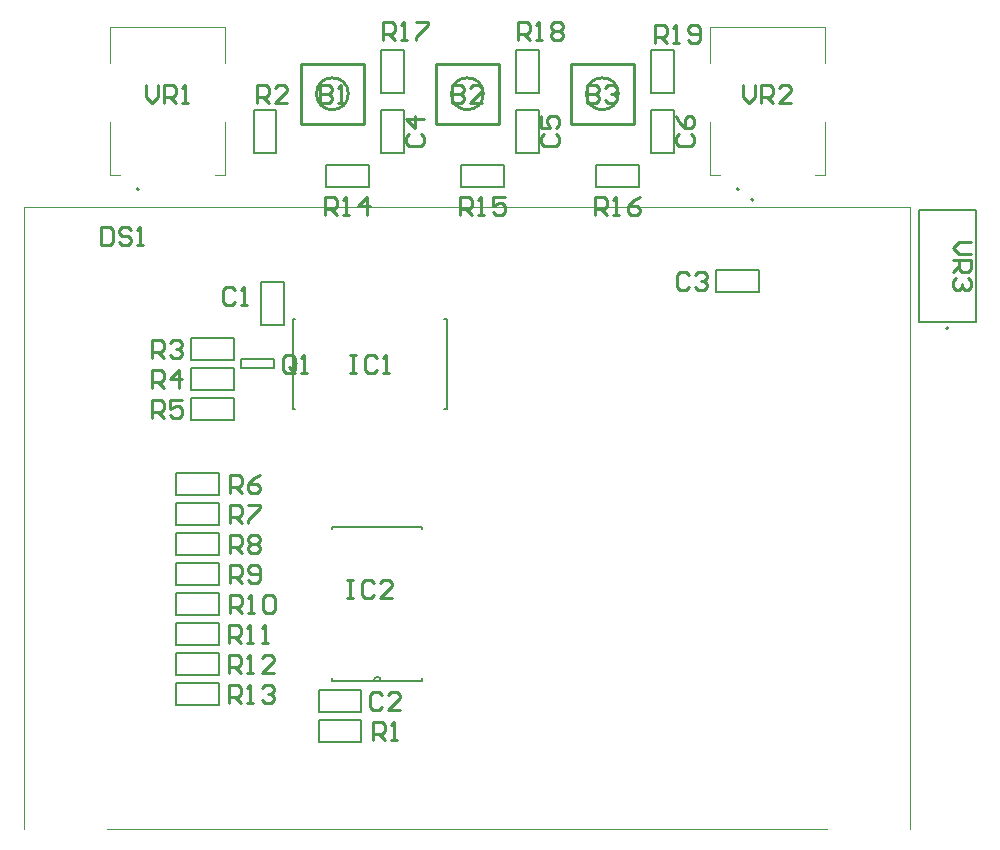
<source format=gto>
G04*
G04 #@! TF.GenerationSoftware,Altium Limited,Altium Designer,23.3.1 (30)*
G04*
G04 Layer_Color=65535*
%FSLAX25Y25*%
%MOIN*%
G70*
G04*
G04 #@! TF.SameCoordinates,9A21843B-87D8-4875-86EA-9B3002E87254*
G04*
G04*
G04 #@! TF.FilePolarity,Positive*
G04*
G01*
G75*
%ADD10C,0.00600*%
%ADD11C,0.00787*%
%ADD12C,0.01000*%
%ADD13C,0.00394*%
D10*
X119400Y178800D02*
G03*
X119400Y181200I0J1200D01*
G01*
X148700Y74400D02*
G03*
X146300Y74400I-1200J0D01*
G01*
X169800Y165000D02*
X170600D01*
X119400D02*
X120200D01*
X119400D02*
Y178800D01*
Y181200D01*
Y195000D01*
X169800D02*
X170600D01*
Y165000D02*
Y195000D01*
X119400D02*
X120200D01*
X162500Y124800D02*
Y125600D01*
Y74400D02*
Y75200D01*
X148700Y74400D02*
X162500D01*
X146300D02*
X148700D01*
X132500D02*
X146300D01*
X132500Y124800D02*
Y125600D01*
X162500D01*
X132500Y74400D02*
Y75200D01*
D11*
X337894Y191791D02*
G03*
X337106Y191791I-394J0D01*
G01*
D02*
G03*
X337894Y191791I394J0D01*
G01*
X272894Y234705D02*
G03*
X272106Y234705I-394J0D01*
G01*
D02*
G03*
X272894Y234705I394J0D01*
G01*
X267264Y238228D02*
G03*
X268051Y238228I394J0D01*
G01*
D02*
G03*
X267264Y238228I-394J0D01*
G01*
X67264D02*
G03*
X68051Y238228I394J0D01*
G01*
D02*
G03*
X67264Y238228I-394J0D01*
G01*
X328051Y193957D02*
X346949D01*
Y231358D01*
X328051D02*
X346949D01*
X328051Y193957D02*
Y231358D01*
X260413Y211240D02*
X274587D01*
Y203760D02*
Y211240D01*
X260413Y203760D02*
Y211240D01*
Y203760D02*
X274587D01*
X106260Y250413D02*
X113740D01*
Y264587D01*
X106260Y250413D02*
Y264587D01*
X113740D01*
X156240Y250413D02*
Y264587D01*
X148760Y250413D02*
X156240D01*
X148760Y264587D02*
X156240D01*
X148760Y250413D02*
Y264587D01*
X201240Y250413D02*
Y264587D01*
X193760Y250413D02*
X201240D01*
X193760Y264587D02*
X201240D01*
X193760Y250413D02*
Y264587D01*
X238760Y270413D02*
X246240D01*
Y284587D01*
X238760Y270413D02*
Y284587D01*
X246240D01*
Y250413D02*
Y264587D01*
X238760Y250413D02*
X246240D01*
X238760Y264587D02*
X246240D01*
X238760Y250413D02*
Y264587D01*
X220413Y238760D02*
Y246240D01*
Y238760D02*
X234587D01*
X220413Y246240D02*
X234587D01*
Y238760D02*
Y246240D01*
X175413Y238760D02*
Y246240D01*
Y238760D02*
X189587D01*
X175413Y246240D02*
X189587D01*
Y238760D02*
Y246240D01*
X130413Y238760D02*
Y246240D01*
Y238760D02*
X144587D01*
X130413Y246240D02*
X144587D01*
Y238760D02*
Y246240D01*
X116240Y192913D02*
Y207087D01*
X108760Y192913D02*
X116240D01*
X108760Y207087D02*
X116240D01*
X108760Y192913D02*
Y207087D01*
X127913Y71240D02*
X142087D01*
Y63760D02*
Y71240D01*
X127913Y63760D02*
Y71240D01*
Y63760D02*
X142087D01*
Y53760D02*
Y61240D01*
X127913D02*
X142087D01*
X127913Y53760D02*
X142087D01*
X127913D02*
Y61240D01*
X80413Y136260D02*
Y143740D01*
Y136260D02*
X94587D01*
X80413Y143740D02*
X94587D01*
Y136260D02*
Y143740D01*
X80413Y126260D02*
Y133740D01*
Y126260D02*
X94587D01*
X80413Y133740D02*
X94587D01*
Y126260D02*
Y133740D01*
X80413Y116260D02*
Y123740D01*
Y116260D02*
X94587D01*
X80413Y123740D02*
X94587D01*
Y116260D02*
Y123740D01*
X80413Y106260D02*
Y113740D01*
Y106260D02*
X94587D01*
X80413Y113740D02*
X94587D01*
Y106260D02*
Y113740D01*
X80413Y96260D02*
Y103740D01*
Y96260D02*
X94587D01*
X80413Y103740D02*
X94587D01*
Y96260D02*
Y103740D01*
X80413Y86260D02*
Y93740D01*
Y86260D02*
X94587D01*
X80413Y93740D02*
X94587D01*
Y86260D02*
Y93740D01*
X80413Y76260D02*
Y83740D01*
Y76260D02*
X94587D01*
X80413Y83740D02*
X94587D01*
Y76260D02*
Y83740D01*
X80413Y66260D02*
Y73740D01*
Y66260D02*
X94587D01*
X80413Y73740D02*
X94587D01*
Y66260D02*
Y73740D01*
X101988Y178425D02*
X113012D01*
X101988Y181575D02*
X113012D01*
X101988Y178425D02*
Y181575D01*
X113012Y178425D02*
Y181575D01*
X193760Y284587D02*
X201240D01*
X193760Y270413D02*
Y284587D01*
X201240Y270413D02*
Y284587D01*
X193760Y270413D02*
X201240D01*
X148760Y284587D02*
X156240D01*
X148760Y270413D02*
Y284587D01*
X156240Y270413D02*
Y284587D01*
X148760Y270413D02*
X156240D01*
X99587Y171260D02*
Y178740D01*
X85413D02*
X99587D01*
X85413Y171260D02*
X99587D01*
X85413D02*
Y178740D01*
Y181260D02*
Y188740D01*
Y181260D02*
X99587D01*
X85413Y188740D02*
X99587D01*
Y181260D02*
Y188740D01*
X85413Y161260D02*
Y168740D01*
Y161260D02*
X99587D01*
X85413Y168740D02*
X99587D01*
Y161260D02*
Y168740D01*
D12*
X227815Y270000D02*
G03*
X227815Y270000I-5315J0D01*
G01*
X182815D02*
G03*
X182815Y270000I-5315J0D01*
G01*
X137815D02*
G03*
X137815Y270000I-5315J0D01*
G01*
X212000Y260000D02*
X233000D01*
X212000D02*
Y280000D01*
X233000D01*
Y260000D02*
Y280000D01*
X167000Y260000D02*
X188000D01*
X167000D02*
Y280000D01*
X188000D01*
Y260000D02*
Y280000D01*
X122000Y260000D02*
X143000D01*
X122000D02*
Y280000D01*
X143000D01*
Y260000D02*
Y280000D01*
X98087Y77001D02*
Y82999D01*
X101086D01*
X102085Y81999D01*
Y80000D01*
X101086Y79000D01*
X98087D01*
X100086D02*
X102085Y77001D01*
X104085D02*
X106084D01*
X105084D01*
Y82999D01*
X104085Y81999D01*
X113082Y77001D02*
X109083D01*
X113082Y81000D01*
Y81999D01*
X112082Y82999D01*
X110083D01*
X109083Y81999D01*
X107502Y267001D02*
Y272999D01*
X110501D01*
X111500Y271999D01*
Y270000D01*
X110501Y269000D01*
X107502D01*
X109501D02*
X111500Y267001D01*
X117498D02*
X113500D01*
X117498Y271000D01*
Y271999D01*
X116499Y272999D01*
X114499D01*
X113500Y271999D01*
X138502Y182999D02*
X140501D01*
X139502D01*
Y177001D01*
X138502D01*
X140501D01*
X147499Y181999D02*
X146500Y182999D01*
X144500D01*
X143500Y181999D01*
Y178001D01*
X144500Y177001D01*
X146500D01*
X147499Y178001D01*
X149499Y177001D02*
X151498D01*
X150498D01*
Y182999D01*
X149499Y181999D01*
X98087Y87001D02*
Y92999D01*
X101086D01*
X102085Y91999D01*
Y90000D01*
X101086Y89000D01*
X98087D01*
X100086D02*
X102085Y87001D01*
X104085D02*
X106084D01*
X105084D01*
Y92999D01*
X104085Y91999D01*
X109083Y87001D02*
X111082D01*
X110083D01*
Y92999D01*
X109083Y91999D01*
X98500Y97001D02*
Y102999D01*
X101499D01*
X102499Y101999D01*
Y100000D01*
X101499Y99000D01*
X98500D01*
X100499D02*
X102499Y97001D01*
X104498D02*
X106497D01*
X105498D01*
Y102999D01*
X104498Y101999D01*
X109496D02*
X110496Y102999D01*
X112496D01*
X113495Y101999D01*
Y98001D01*
X112496Y97001D01*
X110496D01*
X109496Y98001D01*
Y101999D01*
X98499Y107001D02*
Y112999D01*
X101498D01*
X102498Y111999D01*
Y110000D01*
X101498Y109000D01*
X98499D01*
X100498D02*
X102498Y107001D01*
X104497Y108001D02*
X105497Y107001D01*
X107496D01*
X108496Y108001D01*
Y111999D01*
X107496Y112999D01*
X105497D01*
X104497Y111999D01*
Y111000D01*
X105497Y110000D01*
X108496D01*
X98499Y117001D02*
Y122999D01*
X101498D01*
X102498Y121999D01*
Y120000D01*
X101498Y119000D01*
X98499D01*
X100498D02*
X102498Y117001D01*
X104497Y121999D02*
X105497Y122999D01*
X107496D01*
X108496Y121999D01*
Y121000D01*
X107496Y120000D01*
X108496Y119000D01*
Y118001D01*
X107496Y117001D01*
X105497D01*
X104497Y118001D01*
Y119000D01*
X105497Y120000D01*
X104497Y121000D01*
Y121999D01*
X105497Y120000D02*
X107496D01*
X98499Y127001D02*
Y132999D01*
X101498D01*
X102498Y131999D01*
Y130000D01*
X101498Y129000D01*
X98499D01*
X100498D02*
X102498Y127001D01*
X104497Y132999D02*
X108496D01*
Y131999D01*
X104497Y128001D01*
Y127001D01*
X98499Y137001D02*
Y142999D01*
X101498D01*
X102498Y141999D01*
Y140000D01*
X101498Y139000D01*
X98499D01*
X100498D02*
X102498Y137001D01*
X108496Y142999D02*
X106497Y141999D01*
X104497Y140000D01*
Y138001D01*
X105497Y137001D01*
X107496D01*
X108496Y138001D01*
Y139000D01*
X107496Y140000D01*
X104497D01*
X345499Y220497D02*
X341500D01*
X339501Y218498D01*
X341500Y216499D01*
X345499D01*
X339501Y214499D02*
X345499D01*
Y211500D01*
X344499Y210501D01*
X342500D01*
X341500Y211500D01*
Y214499D01*
Y212500D02*
X339501Y210501D01*
X344499Y208501D02*
X345499Y207502D01*
Y205502D01*
X344499Y204503D01*
X343500D01*
X342500Y205502D01*
Y206502D01*
Y205502D01*
X341500Y204503D01*
X340501D01*
X339501Y205502D01*
Y207502D01*
X340501Y208501D01*
X269503Y272999D02*
Y269000D01*
X271502Y267001D01*
X273501Y269000D01*
Y272999D01*
X275501Y267001D02*
Y272999D01*
X278500D01*
X279499Y271999D01*
Y270000D01*
X278500Y269000D01*
X275501D01*
X277500D02*
X279499Y267001D01*
X285497D02*
X281499D01*
X285497Y271000D01*
Y271999D01*
X284498Y272999D01*
X282498D01*
X281499Y271999D01*
X70502Y272999D02*
Y269000D01*
X72502Y267001D01*
X74501Y269000D01*
Y272999D01*
X76500Y267001D02*
Y272999D01*
X79499D01*
X80499Y271999D01*
Y270000D01*
X79499Y269000D01*
X76500D01*
X78500D02*
X80499Y267001D01*
X82498D02*
X84498D01*
X83498D01*
Y272999D01*
X82498Y271999D01*
X98087Y67001D02*
Y72999D01*
X101086D01*
X102085Y71999D01*
Y70000D01*
X101086Y69000D01*
X98087D01*
X100086D02*
X102085Y67001D01*
X104085D02*
X106084D01*
X105084D01*
Y72999D01*
X104085Y71999D01*
X109083D02*
X110083Y72999D01*
X112082D01*
X113082Y71999D01*
Y71000D01*
X112082Y70000D01*
X111082D01*
X112082D01*
X113082Y69000D01*
Y68001D01*
X112082Y67001D01*
X110083D01*
X109083Y68001D01*
X240002Y287001D02*
Y292999D01*
X243002D01*
X244001Y291999D01*
Y290000D01*
X243002Y289000D01*
X240002D01*
X242002D02*
X244001Y287001D01*
X246001D02*
X248000D01*
X247000D01*
Y292999D01*
X246001Y291999D01*
X250999Y288001D02*
X251998Y287001D01*
X253998D01*
X254998Y288001D01*
Y291999D01*
X253998Y292999D01*
X251998D01*
X250999Y291999D01*
Y291000D01*
X251998Y290000D01*
X254998D01*
X194400Y288000D02*
Y293998D01*
X197399D01*
X198399Y292998D01*
Y290999D01*
X197399Y289999D01*
X194400D01*
X196399D02*
X198399Y288000D01*
X200398D02*
X202397D01*
X201398D01*
Y293998D01*
X200398Y292998D01*
X205396D02*
X206396Y293998D01*
X208396D01*
X209395Y292998D01*
Y291999D01*
X208396Y290999D01*
X209395Y289999D01*
Y289000D01*
X208396Y288000D01*
X206396D01*
X205396Y289000D01*
Y289999D01*
X206396Y290999D01*
X205396Y291999D01*
Y292998D01*
X206396Y290999D02*
X208396D01*
X149400Y288000D02*
Y293998D01*
X152399D01*
X153399Y292998D01*
Y290999D01*
X152399Y289999D01*
X149400D01*
X151399D02*
X153399Y288000D01*
X155398D02*
X157397D01*
X156398D01*
Y293998D01*
X155398Y292998D01*
X160396Y293998D02*
X164395D01*
Y292998D01*
X160396Y289000D01*
Y288000D01*
X220002Y229501D02*
Y235499D01*
X223002D01*
X224001Y234499D01*
Y232500D01*
X223002Y231500D01*
X220002D01*
X222002D02*
X224001Y229501D01*
X226000D02*
X228000D01*
X227000D01*
Y235499D01*
X226000Y234499D01*
X234998Y235499D02*
X232998Y234499D01*
X230999Y232500D01*
Y230501D01*
X231998Y229501D01*
X233998D01*
X234998Y230501D01*
Y231500D01*
X233998Y232500D01*
X230999D01*
X175002Y229501D02*
Y235499D01*
X178001D01*
X179001Y234499D01*
Y232500D01*
X178001Y231500D01*
X175002D01*
X177002D02*
X179001Y229501D01*
X181000D02*
X183000D01*
X182000D01*
Y235499D01*
X181000Y234499D01*
X189998Y235499D02*
X185999D01*
Y232500D01*
X187998Y233500D01*
X188998D01*
X189998Y232500D01*
Y230501D01*
X188998Y229501D01*
X186999D01*
X185999Y230501D01*
X130002Y229501D02*
Y235499D01*
X133001D01*
X134001Y234499D01*
Y232500D01*
X133001Y231500D01*
X130002D01*
X132002D02*
X134001Y229501D01*
X136001D02*
X138000D01*
X137000D01*
Y235499D01*
X136001Y234499D01*
X143998Y229501D02*
Y235499D01*
X140999Y232500D01*
X144998D01*
X72502Y162001D02*
Y167999D01*
X75501D01*
X76500Y166999D01*
Y165000D01*
X75501Y164000D01*
X72502D01*
X74501D02*
X76500Y162001D01*
X82498Y167999D02*
X78500D01*
Y165000D01*
X80499Y166000D01*
X81499D01*
X82498Y165000D01*
Y163001D01*
X81499Y162001D01*
X79499D01*
X78500Y163001D01*
X72502Y172001D02*
Y177999D01*
X75501D01*
X76500Y176999D01*
Y175000D01*
X75501Y174000D01*
X72502D01*
X74501D02*
X76500Y172001D01*
X81499D02*
Y177999D01*
X78500Y175000D01*
X82498D01*
X72502Y182001D02*
Y187999D01*
X75501D01*
X76500Y186999D01*
Y185000D01*
X75501Y184000D01*
X72502D01*
X74501D02*
X76500Y182001D01*
X78500Y186999D02*
X79499Y187999D01*
X81499D01*
X82498Y186999D01*
Y186000D01*
X81499Y185000D01*
X80499D01*
X81499D01*
X82498Y184000D01*
Y183001D01*
X81499Y182001D01*
X79499D01*
X78500Y183001D01*
X146001Y54501D02*
Y60499D01*
X149000D01*
X150000Y59499D01*
Y57500D01*
X149000Y56500D01*
X146001D01*
X148001D02*
X150000Y54501D01*
X151999D02*
X153999D01*
X152999D01*
Y60499D01*
X151999Y59499D01*
X120000Y178001D02*
Y181999D01*
X119000Y182999D01*
X117001D01*
X116001Y181999D01*
Y178001D01*
X117001Y177001D01*
X119000D01*
X118001Y179000D02*
X120000Y177001D01*
X119000D02*
X120000Y178001D01*
X121999Y177001D02*
X123999D01*
X122999D01*
Y182999D01*
X121999Y181999D01*
X137502Y107999D02*
X139502D01*
X138502D01*
Y102001D01*
X137502D01*
X139502D01*
X146500Y106999D02*
X145500Y107999D01*
X143500D01*
X142501Y106999D01*
Y103001D01*
X143500Y102001D01*
X145500D01*
X146500Y103001D01*
X152498Y102001D02*
X148499D01*
X152498Y106000D01*
Y106999D01*
X151498Y107999D01*
X149499D01*
X148499Y106999D01*
X55502Y225499D02*
Y219501D01*
X58501D01*
X59501Y220501D01*
Y224499D01*
X58501Y225499D01*
X55502D01*
X65499Y224499D02*
X64499Y225499D01*
X62500D01*
X61500Y224499D01*
Y223500D01*
X62500Y222500D01*
X64499D01*
X65499Y221500D01*
Y220501D01*
X64499Y219501D01*
X62500D01*
X61500Y220501D01*
X67498Y219501D02*
X69498D01*
X68498D01*
Y225499D01*
X67498Y224499D01*
X248001Y256500D02*
X247001Y255501D01*
Y253501D01*
X248001Y252502D01*
X251999D01*
X252999Y253501D01*
Y255501D01*
X251999Y256500D01*
X247001Y262498D02*
X248001Y260499D01*
X250000Y258500D01*
X251999D01*
X252999Y259499D01*
Y261499D01*
X251999Y262498D01*
X251000D01*
X250000Y261499D01*
Y258500D01*
X203001Y256500D02*
X202001Y255501D01*
Y253501D01*
X203001Y252502D01*
X206999D01*
X207999Y253501D01*
Y255501D01*
X206999Y256500D01*
X202001Y262498D02*
Y258500D01*
X205000D01*
X204000Y260499D01*
Y261499D01*
X205000Y262498D01*
X206999D01*
X207999Y261499D01*
Y259499D01*
X206999Y258500D01*
X158001Y256500D02*
X157001Y255501D01*
Y253501D01*
X158001Y252502D01*
X161999D01*
X162999Y253501D01*
Y255501D01*
X161999Y256500D01*
X162999Y261499D02*
X157001D01*
X160000Y258500D01*
Y262498D01*
X251500Y209499D02*
X250501Y210499D01*
X248501D01*
X247502Y209499D01*
Y205501D01*
X248501Y204501D01*
X250501D01*
X251500Y205501D01*
X253500Y209499D02*
X254499Y210499D01*
X256499D01*
X257498Y209499D01*
Y208500D01*
X256499Y207500D01*
X255499D01*
X256499D01*
X257498Y206500D01*
Y205501D01*
X256499Y204501D01*
X254499D01*
X253500Y205501D01*
X149000Y69499D02*
X148001Y70499D01*
X146001D01*
X145002Y69499D01*
Y65501D01*
X146001Y64501D01*
X148001D01*
X149000Y65501D01*
X154998Y64501D02*
X151000D01*
X154998Y68500D01*
Y69499D01*
X153999Y70499D01*
X151999D01*
X151000Y69499D01*
X100000Y204499D02*
X99000Y205499D01*
X97001D01*
X96001Y204499D01*
Y200501D01*
X97001Y199501D01*
X99000D01*
X100000Y200501D01*
X101999Y199501D02*
X103999D01*
X102999D01*
Y205499D01*
X101999Y204499D01*
X217502Y272999D02*
Y267001D01*
X220501D01*
X221500Y268001D01*
Y269000D01*
X220501Y270000D01*
X217502D01*
X220501D01*
X221500Y271000D01*
Y271999D01*
X220501Y272999D01*
X217502D01*
X223500Y271999D02*
X224499Y272999D01*
X226499D01*
X227498Y271999D01*
Y271000D01*
X226499Y270000D01*
X225499D01*
X226499D01*
X227498Y269000D01*
Y268001D01*
X226499Y267001D01*
X224499D01*
X223500Y268001D01*
X172502Y272999D02*
Y267001D01*
X175501D01*
X176500Y268001D01*
Y269000D01*
X175501Y270000D01*
X172502D01*
X175501D01*
X176500Y271000D01*
Y271999D01*
X175501Y272999D01*
X172502D01*
X182498Y267001D02*
X178500D01*
X182498Y271000D01*
Y271999D01*
X181499Y272999D01*
X179499D01*
X178500Y271999D01*
X128501Y272999D02*
Y267001D01*
X131500D01*
X132500Y268001D01*
Y269000D01*
X131500Y270000D01*
X128501D01*
X131500D01*
X132500Y271000D01*
Y271999D01*
X131500Y272999D01*
X128501D01*
X134499Y267001D02*
X136499D01*
X135499D01*
Y272999D01*
X134499Y271999D01*
D13*
X29862Y24862D02*
Y232343D01*
X325138D01*
Y24862D02*
Y232343D01*
X57500Y24862D02*
X297500D01*
X296595Y242953D02*
Y260669D01*
X293248Y242953D02*
X296595D01*
X258405D02*
X261752D01*
X258405D02*
Y260669D01*
X296595Y280354D02*
Y292165D01*
X258405D02*
X296595D01*
X258405Y280354D02*
Y292165D01*
X96595Y242953D02*
Y260669D01*
X93248Y242953D02*
X96595D01*
X58406D02*
X61752D01*
X58406D02*
Y260669D01*
X96595Y280354D02*
Y292165D01*
X58406D02*
X96595D01*
X58406Y280354D02*
Y292165D01*
M02*

</source>
